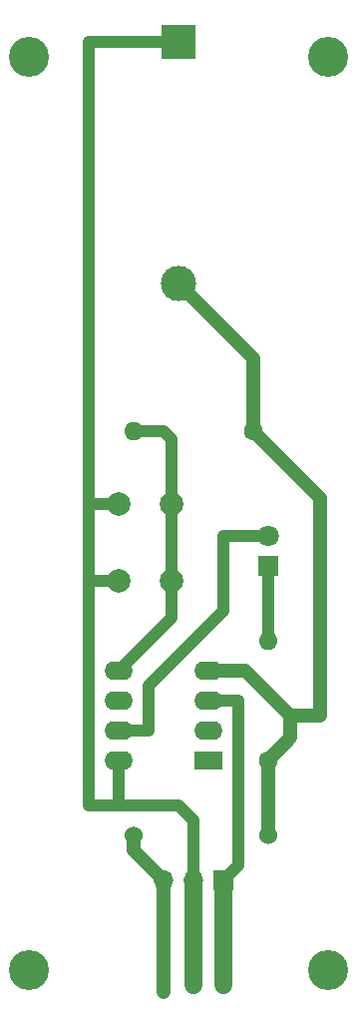
<source format=gbr>
%TF.GenerationSoftware,KiCad,Pcbnew,5.1.9-73d0e3b20d~88~ubuntu20.04.1*%
%TF.CreationDate,2021-01-03T21:09:43+01:00*%
%TF.ProjectId,placa_emisor_attiny_tres,706c6163-615f-4656-9d69-736f725f6174,rev?*%
%TF.SameCoordinates,Original*%
%TF.FileFunction,Copper,L2,Bot*%
%TF.FilePolarity,Positive*%
%FSLAX46Y46*%
G04 Gerber Fmt 4.6, Leading zero omitted, Abs format (unit mm)*
G04 Created by KiCad (PCBNEW 5.1.9-73d0e3b20d~88~ubuntu20.04.1) date 2021-01-03 21:09:43*
%MOMM*%
%LPD*%
G01*
G04 APERTURE LIST*
%TA.AperFunction,ComponentPad*%
%ADD10O,1.700000X1.700000*%
%TD*%
%TA.AperFunction,ComponentPad*%
%ADD11R,1.700000X1.700000*%
%TD*%
%TA.AperFunction,ComponentPad*%
%ADD12R,3.000000X3.000000*%
%TD*%
%TA.AperFunction,ComponentPad*%
%ADD13C,3.000000*%
%TD*%
%TA.AperFunction,ComponentPad*%
%ADD14C,1.800000*%
%TD*%
%TA.AperFunction,ComponentPad*%
%ADD15R,1.800000X1.800000*%
%TD*%
%TA.AperFunction,ComponentPad*%
%ADD16C,1.600000*%
%TD*%
%TA.AperFunction,ComponentPad*%
%ADD17O,1.600000X1.600000*%
%TD*%
%TA.AperFunction,ComponentPad*%
%ADD18C,2.000000*%
%TD*%
%TA.AperFunction,ComponentPad*%
%ADD19O,2.400000X1.600000*%
%TD*%
%TA.AperFunction,ComponentPad*%
%ADD20R,2.400000X1.600000*%
%TD*%
%TA.AperFunction,ViaPad*%
%ADD21C,3.400000*%
%TD*%
%TA.AperFunction,ViaPad*%
%ADD22C,1.524000*%
%TD*%
%TA.AperFunction,Conductor*%
%ADD23C,1.000000*%
%TD*%
%TA.AperFunction,Conductor*%
%ADD24C,1.200000*%
%TD*%
%TA.AperFunction,Conductor*%
%ADD25C,1.500000*%
%TD*%
G04 APERTURE END LIST*
D10*
%TO.P,J1,3*%
%TO.N,GND*%
X140970000Y-146050000D03*
%TO.P,J1,2*%
%TO.N,VCC*%
X143510000Y-146050000D03*
D11*
%TO.P,J1,1*%
%TO.N,/S*%
X146050000Y-146050000D03*
%TD*%
D12*
%TO.P,BT1,1*%
%TO.N,VCC*%
X142240000Y-74930000D03*
D13*
%TO.P,BT1,2*%
%TO.N,GND*%
X142240000Y-95420000D03*
%TD*%
D14*
%TO.P,D1,2*%
%TO.N,Net-(D1-Pad2)*%
X149860000Y-116840000D03*
D15*
%TO.P,D1,1*%
%TO.N,Net-(D1-Pad1)*%
X149860000Y-119380000D03*
%TD*%
D16*
%TO.P,R1,1*%
%TO.N,GND*%
X148590000Y-107950000D03*
D17*
%TO.P,R1,2*%
%TO.N,Net-(R1-Pad2)*%
X138430000Y-107950000D03*
%TD*%
D16*
%TO.P,R2,1*%
%TO.N,GND*%
X149860000Y-135890000D03*
D17*
%TO.P,R2,2*%
%TO.N,Net-(D1-Pad1)*%
X149860000Y-125730000D03*
%TD*%
D18*
%TO.P,SW1,1*%
%TO.N,VCC*%
X137160000Y-114150000D03*
%TO.P,SW1,2*%
%TO.N,Net-(R1-Pad2)*%
X141660000Y-114150000D03*
%TO.P,SW1,1*%
%TO.N,VCC*%
X137160000Y-120650000D03*
%TO.P,SW1,2*%
%TO.N,Net-(R1-Pad2)*%
X141660000Y-120650000D03*
%TD*%
D19*
%TO.P,U1,8*%
%TO.N,VCC*%
X137160000Y-135890000D03*
%TO.P,U1,4*%
%TO.N,GND*%
X144780000Y-128270000D03*
%TO.P,U1,7*%
%TO.N,Net-(D1-Pad2)*%
X137160000Y-133350000D03*
%TO.P,U1,3*%
%TO.N,/S*%
X144780000Y-130810000D03*
%TO.P,U1,6*%
%TO.N,Net-(U1-Pad6)*%
X137160000Y-130810000D03*
%TO.P,U1,2*%
%TO.N,Net-(U1-Pad2)*%
X144780000Y-133350000D03*
%TO.P,U1,5*%
%TO.N,Net-(R1-Pad2)*%
X137160000Y-128270000D03*
D20*
%TO.P,U1,1*%
%TO.N,Net-(U1-Pad1)*%
X144780000Y-135890000D03*
%TD*%
D21*
%TO.N,*%
X129540000Y-76200000D03*
X154940000Y-76200000D03*
X154940000Y-153670000D03*
X129540000Y-153670000D03*
D22*
%TO.N,GND*%
X138430000Y-142240000D03*
X149860000Y-142240000D03*
%TD*%
D23*
%TO.N,GND*%
X149860000Y-142240000D02*
X149860000Y-142240000D01*
D24*
X142240000Y-95420000D02*
X148590000Y-101770000D01*
X148590000Y-101770000D02*
X148590000Y-107950000D01*
X148590000Y-107950000D02*
X154305000Y-113665000D01*
X154305000Y-113665000D02*
X154305000Y-132080000D01*
X154305000Y-132080000D02*
X151765000Y-132080000D01*
X147955000Y-128270000D02*
X144780000Y-128270000D01*
X151765000Y-132080000D02*
X147955000Y-128270000D01*
X151765000Y-133985000D02*
X149860000Y-135890000D01*
X151765000Y-132080000D02*
X151765000Y-133985000D01*
X149860000Y-142240000D02*
X149860000Y-135890000D01*
X138430000Y-143510000D02*
X140970000Y-146050000D01*
X138430000Y-142240000D02*
X138430000Y-143510000D01*
X140970000Y-146050000D02*
X140970000Y-155575000D01*
D23*
%TO.N,VCC*%
X142240000Y-74930000D02*
X134620000Y-74930000D01*
X134770000Y-114150000D02*
X134620000Y-114300000D01*
X137160000Y-114150000D02*
X134770000Y-114150000D01*
X134620000Y-74930000D02*
X134620000Y-114300000D01*
X137160000Y-120650000D02*
X134620000Y-120650000D01*
X134620000Y-120650000D02*
X134620000Y-139700000D01*
X134620000Y-114300000D02*
X134620000Y-120650000D01*
X137160000Y-135890000D02*
X137160000Y-139700000D01*
X134620000Y-139700000D02*
X137160000Y-139700000D01*
X143510000Y-140970000D02*
X143510000Y-146050000D01*
X142240000Y-139700000D02*
X143510000Y-140970000D01*
X137160000Y-139700000D02*
X142240000Y-139700000D01*
D25*
X143510000Y-146050000D02*
X143510000Y-154940000D01*
D23*
%TO.N,Net-(D1-Pad1)*%
X149860000Y-125730000D02*
X149860000Y-119380000D01*
%TO.N,Net-(D1-Pad2)*%
X146050000Y-116840000D02*
X149860000Y-116840000D01*
X139700000Y-133350000D02*
X139700000Y-129540000D01*
X146050000Y-123190000D02*
X146050000Y-116840000D01*
X139700000Y-129540000D02*
X146050000Y-123190000D01*
X137160000Y-133350000D02*
X139700000Y-133350000D01*
%TO.N,/S*%
X147320000Y-130810000D02*
X147320000Y-144780000D01*
X147320000Y-144780000D02*
X146050000Y-146050000D01*
X144780000Y-130810000D02*
X147320000Y-130810000D01*
D25*
X146050000Y-146050000D02*
X146050000Y-154940000D01*
D23*
%TO.N,Net-(R1-Pad2)*%
X138430000Y-107950000D02*
X140970000Y-107950000D01*
X141660000Y-108640000D02*
X141660000Y-114150000D01*
X140970000Y-107950000D02*
X141660000Y-108640000D01*
X141660000Y-114150000D02*
X141660000Y-120650000D01*
X141660000Y-123770000D02*
X137160000Y-128270000D01*
X141660000Y-120650000D02*
X141660000Y-123770000D01*
%TD*%
M02*

</source>
